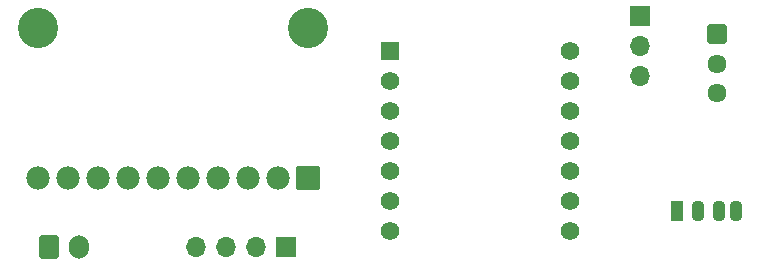
<source format=gbr>
%TF.GenerationSoftware,KiCad,Pcbnew,8.0.8*%
%TF.CreationDate,2025-05-04T21:19:18-07:00*%
%TF.ProjectId,ACL_Angle_Sensor,41434c5f-416e-4676-9c65-5f53656e736f,rev?*%
%TF.SameCoordinates,Original*%
%TF.FileFunction,Soldermask,Bot*%
%TF.FilePolarity,Negative*%
%FSLAX46Y46*%
G04 Gerber Fmt 4.6, Leading zero omitted, Abs format (unit mm)*
G04 Created by KiCad (PCBNEW 8.0.8) date 2025-05-04 21:19:18*
%MOMM*%
%LPD*%
G01*
G04 APERTURE LIST*
G04 Aperture macros list*
%AMRoundRect*
0 Rectangle with rounded corners*
0 $1 Rounding radius*
0 $2 $3 $4 $5 $6 $7 $8 $9 X,Y pos of 4 corners*
0 Add a 4 corners polygon primitive as box body*
4,1,4,$2,$3,$4,$5,$6,$7,$8,$9,$2,$3,0*
0 Add four circle primitives for the rounded corners*
1,1,$1+$1,$2,$3*
1,1,$1+$1,$4,$5*
1,1,$1+$1,$6,$7*
1,1,$1+$1,$8,$9*
0 Add four rect primitives between the rounded corners*
20,1,$1+$1,$2,$3,$4,$5,0*
20,1,$1+$1,$4,$5,$6,$7,0*
20,1,$1+$1,$6,$7,$8,$9,0*
20,1,$1+$1,$8,$9,$2,$3,0*%
G04 Aperture macros list end*
%ADD10O,1.100000X1.800000*%
%ADD11R,1.100000X1.800000*%
%ADD12C,1.982000*%
%ADD13RoundRect,0.102000X-0.889000X-0.889000X0.889000X-0.889000X0.889000X0.889000X-0.889000X0.889000X0*%
%ADD14C,3.404000*%
%ADD15C,1.562000*%
%ADD16RoundRect,0.102000X-0.679000X-0.679000X0.679000X-0.679000X0.679000X0.679000X-0.679000X0.679000X0*%
%ADD17C,1.612000*%
%ADD18RoundRect,0.102000X-0.704000X0.704000X-0.704000X-0.704000X0.704000X-0.704000X0.704000X0.704000X0*%
%ADD19R,1.700000X1.700000*%
%ADD20O,1.700000X1.700000*%
%ADD21RoundRect,0.250000X-0.600000X-0.750000X0.600000X-0.750000X0.600000X0.750000X-0.600000X0.750000X0*%
%ADD22O,1.700000X2.000000*%
G04 APERTURE END LIST*
D10*
%TO.C,D1*%
X150190000Y-59500000D03*
X148690000Y-59500000D03*
X146940000Y-59500000D03*
D11*
X145190000Y-59500000D03*
%TD*%
D12*
%TO.C,U2*%
X101230000Y-56667500D03*
X98690000Y-56667500D03*
X96150000Y-56667500D03*
X93610000Y-56667500D03*
X91070000Y-56667500D03*
X103770000Y-56667500D03*
X106310000Y-56667500D03*
X108850000Y-56667500D03*
X111390000Y-56667500D03*
D13*
X113930000Y-56667500D03*
D14*
X91070000Y-43967500D03*
X113930000Y-43967500D03*
%TD*%
D15*
%TO.C,U1*%
X136120000Y-53563500D03*
X136120000Y-56103500D03*
X136120000Y-58643500D03*
X136120000Y-61183500D03*
X136120000Y-51023500D03*
X136120000Y-48483500D03*
X136120000Y-45943500D03*
X120880000Y-53563500D03*
X120880000Y-56103500D03*
X120880000Y-58643500D03*
X120880000Y-61183500D03*
X120880000Y-51023500D03*
X120880000Y-48483500D03*
D16*
X120880000Y-45943500D03*
%TD*%
D17*
%TO.C,SW1*%
X148500000Y-47000000D03*
D18*
X148500000Y-44500000D03*
D17*
X148500000Y-49500000D03*
%TD*%
D19*
%TO.C,J2*%
X142000000Y-42960000D03*
D20*
X142000000Y-45500000D03*
X142000000Y-48040000D03*
%TD*%
%TO.C,J1*%
X104420000Y-62500000D03*
X106960000Y-62500000D03*
X109500000Y-62500000D03*
D19*
X112040000Y-62500000D03*
%TD*%
D21*
%TO.C,BT1*%
X92000000Y-62500000D03*
D22*
X94500000Y-62500000D03*
%TD*%
M02*

</source>
